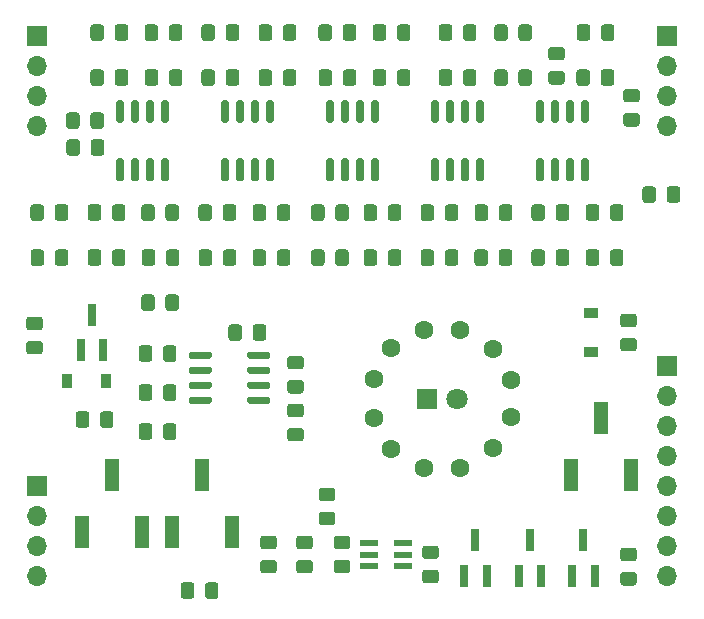
<source format=gbr>
G04 #@! TF.GenerationSoftware,KiCad,Pcbnew,5.1.6-c6e7f7d~87~ubuntu18.04.1*
G04 #@! TF.CreationDate,2020-08-01T07:59:39-04:00*
G04 #@! TF.ProjectId,optical_phasor_plug_in_board,6f707469-6361-46c5-9f70-6861736f725f,1.1*
G04 #@! TF.SameCoordinates,Original*
G04 #@! TF.FileFunction,Soldermask,Top*
G04 #@! TF.FilePolarity,Negative*
%FSLAX46Y46*%
G04 Gerber Fmt 4.6, Leading zero omitted, Abs format (unit mm)*
G04 Created by KiCad (PCBNEW 5.1.6-c6e7f7d~87~ubuntu18.04.1) date 2020-08-01 07:59:39*
%MOMM*%
%LPD*%
G01*
G04 APERTURE LIST*
%ADD10R,1.500000X0.550000*%
%ADD11R,0.800000X1.900000*%
%ADD12R,1.190000X2.790000*%
%ADD13C,1.600000*%
%ADD14R,1.700000X1.700000*%
%ADD15O,1.700000X1.700000*%
%ADD16C,1.800000*%
%ADD17R,1.800000X1.800000*%
%ADD18R,0.900000X1.200000*%
%ADD19R,1.200000X0.900000*%
G04 APERTURE END LIST*
D10*
X147464000Y-113472000D03*
X147464000Y-112522000D03*
X147464000Y-111572000D03*
X150364000Y-111572000D03*
X150364000Y-112522000D03*
X150364000Y-113472000D03*
D11*
X165608000Y-111300000D03*
X166558000Y-114300000D03*
X164658000Y-114300000D03*
X161102000Y-111300000D03*
X162052000Y-114300000D03*
X160152000Y-114300000D03*
X156464000Y-111300000D03*
X157414000Y-114300000D03*
X155514000Y-114300000D03*
X124018000Y-92210000D03*
X124968000Y-95210000D03*
X123068000Y-95210000D03*
D12*
X169672000Y-105793000D03*
X167132000Y-100963000D03*
X164592000Y-105793000D03*
D13*
X147843793Y-97662999D03*
X149343793Y-95064923D03*
G36*
G01*
X165585000Y-78970000D02*
X165885000Y-78970000D01*
G75*
G02*
X166035000Y-79120000I0J-150000D01*
G01*
X166035000Y-80770000D01*
G75*
G02*
X165885000Y-80920000I-150000J0D01*
G01*
X165585000Y-80920000D01*
G75*
G02*
X165435000Y-80770000I0J150000D01*
G01*
X165435000Y-79120000D01*
G75*
G02*
X165585000Y-78970000I150000J0D01*
G01*
G37*
G36*
G01*
X164315000Y-78970000D02*
X164615000Y-78970000D01*
G75*
G02*
X164765000Y-79120000I0J-150000D01*
G01*
X164765000Y-80770000D01*
G75*
G02*
X164615000Y-80920000I-150000J0D01*
G01*
X164315000Y-80920000D01*
G75*
G02*
X164165000Y-80770000I0J150000D01*
G01*
X164165000Y-79120000D01*
G75*
G02*
X164315000Y-78970000I150000J0D01*
G01*
G37*
G36*
G01*
X163045000Y-78970000D02*
X163345000Y-78970000D01*
G75*
G02*
X163495000Y-79120000I0J-150000D01*
G01*
X163495000Y-80770000D01*
G75*
G02*
X163345000Y-80920000I-150000J0D01*
G01*
X163045000Y-80920000D01*
G75*
G02*
X162895000Y-80770000I0J150000D01*
G01*
X162895000Y-79120000D01*
G75*
G02*
X163045000Y-78970000I150000J0D01*
G01*
G37*
G36*
G01*
X161775000Y-78970000D02*
X162075000Y-78970000D01*
G75*
G02*
X162225000Y-79120000I0J-150000D01*
G01*
X162225000Y-80770000D01*
G75*
G02*
X162075000Y-80920000I-150000J0D01*
G01*
X161775000Y-80920000D01*
G75*
G02*
X161625000Y-80770000I0J150000D01*
G01*
X161625000Y-79120000D01*
G75*
G02*
X161775000Y-78970000I150000J0D01*
G01*
G37*
G36*
G01*
X161775000Y-74020000D02*
X162075000Y-74020000D01*
G75*
G02*
X162225000Y-74170000I0J-150000D01*
G01*
X162225000Y-75820000D01*
G75*
G02*
X162075000Y-75970000I-150000J0D01*
G01*
X161775000Y-75970000D01*
G75*
G02*
X161625000Y-75820000I0J150000D01*
G01*
X161625000Y-74170000D01*
G75*
G02*
X161775000Y-74020000I150000J0D01*
G01*
G37*
G36*
G01*
X163045000Y-74020000D02*
X163345000Y-74020000D01*
G75*
G02*
X163495000Y-74170000I0J-150000D01*
G01*
X163495000Y-75820000D01*
G75*
G02*
X163345000Y-75970000I-150000J0D01*
G01*
X163045000Y-75970000D01*
G75*
G02*
X162895000Y-75820000I0J150000D01*
G01*
X162895000Y-74170000D01*
G75*
G02*
X163045000Y-74020000I150000J0D01*
G01*
G37*
G36*
G01*
X164315000Y-74020000D02*
X164615000Y-74020000D01*
G75*
G02*
X164765000Y-74170000I0J-150000D01*
G01*
X164765000Y-75820000D01*
G75*
G02*
X164615000Y-75970000I-150000J0D01*
G01*
X164315000Y-75970000D01*
G75*
G02*
X164165000Y-75820000I0J150000D01*
G01*
X164165000Y-74170000D01*
G75*
G02*
X164315000Y-74020000I150000J0D01*
G01*
G37*
G36*
G01*
X165585000Y-74020000D02*
X165885000Y-74020000D01*
G75*
G02*
X166035000Y-74170000I0J-150000D01*
G01*
X166035000Y-75820000D01*
G75*
G02*
X165885000Y-75970000I-150000J0D01*
G01*
X165585000Y-75970000D01*
G75*
G02*
X165435000Y-75820000I0J150000D01*
G01*
X165435000Y-74170000D01*
G75*
G02*
X165585000Y-74020000I150000J0D01*
G01*
G37*
D12*
X135890000Y-110619000D03*
X133350000Y-105789000D03*
X130810000Y-110619000D03*
X128270000Y-110619000D03*
X125730000Y-105789000D03*
X123190000Y-110619000D03*
D14*
X119380000Y-106680000D03*
D15*
X119380000Y-109220000D03*
X119380000Y-111760000D03*
X119380000Y-114300000D03*
G36*
G01*
X166165000Y-71685999D02*
X166165000Y-72586001D01*
G75*
G02*
X165915001Y-72836000I-249999J0D01*
G01*
X165264999Y-72836000D01*
G75*
G02*
X165015000Y-72586001I0J249999D01*
G01*
X165015000Y-71685999D01*
G75*
G02*
X165264999Y-71436000I249999J0D01*
G01*
X165915001Y-71436000D01*
G75*
G02*
X166165000Y-71685999I0J-249999D01*
G01*
G37*
G36*
G01*
X168215000Y-71685999D02*
X168215000Y-72586001D01*
G75*
G02*
X167965001Y-72836000I-249999J0D01*
G01*
X167314999Y-72836000D01*
G75*
G02*
X167065000Y-72586001I0J249999D01*
G01*
X167065000Y-71685999D01*
G75*
G02*
X167314999Y-71436000I249999J0D01*
G01*
X167965001Y-71436000D01*
G75*
G02*
X168215000Y-71685999I0J-249999D01*
G01*
G37*
G36*
G01*
X162871999Y-71579000D02*
X163772001Y-71579000D01*
G75*
G02*
X164022000Y-71828999I0J-249999D01*
G01*
X164022000Y-72479001D01*
G75*
G02*
X163772001Y-72729000I-249999J0D01*
G01*
X162871999Y-72729000D01*
G75*
G02*
X162622000Y-72479001I0J249999D01*
G01*
X162622000Y-71828999D01*
G75*
G02*
X162871999Y-71579000I249999J0D01*
G01*
G37*
G36*
G01*
X162871999Y-69529000D02*
X163772001Y-69529000D01*
G75*
G02*
X164022000Y-69778999I0J-249999D01*
G01*
X164022000Y-70429001D01*
G75*
G02*
X163772001Y-70679000I-249999J0D01*
G01*
X162871999Y-70679000D01*
G75*
G02*
X162622000Y-70429001I0J249999D01*
G01*
X162622000Y-69778999D01*
G75*
G02*
X162871999Y-69529000I249999J0D01*
G01*
G37*
G36*
G01*
X167845000Y-87826001D02*
X167845000Y-86925999D01*
G75*
G02*
X168094999Y-86676000I249999J0D01*
G01*
X168745001Y-86676000D01*
G75*
G02*
X168995000Y-86925999I0J-249999D01*
G01*
X168995000Y-87826001D01*
G75*
G02*
X168745001Y-88076000I-249999J0D01*
G01*
X168094999Y-88076000D01*
G75*
G02*
X167845000Y-87826001I0J249999D01*
G01*
G37*
G36*
G01*
X165795000Y-87826001D02*
X165795000Y-86925999D01*
G75*
G02*
X166044999Y-86676000I249999J0D01*
G01*
X166695001Y-86676000D01*
G75*
G02*
X166945000Y-86925999I0J-249999D01*
G01*
X166945000Y-87826001D01*
G75*
G02*
X166695001Y-88076000I-249999J0D01*
G01*
X166044999Y-88076000D01*
G75*
G02*
X165795000Y-87826001I0J249999D01*
G01*
G37*
G36*
G01*
X163255000Y-87826001D02*
X163255000Y-86925999D01*
G75*
G02*
X163504999Y-86676000I249999J0D01*
G01*
X164155001Y-86676000D01*
G75*
G02*
X164405000Y-86925999I0J-249999D01*
G01*
X164405000Y-87826001D01*
G75*
G02*
X164155001Y-88076000I-249999J0D01*
G01*
X163504999Y-88076000D01*
G75*
G02*
X163255000Y-87826001I0J249999D01*
G01*
G37*
G36*
G01*
X161205000Y-87826001D02*
X161205000Y-86925999D01*
G75*
G02*
X161454999Y-86676000I249999J0D01*
G01*
X162105001Y-86676000D01*
G75*
G02*
X162355000Y-86925999I0J-249999D01*
G01*
X162355000Y-87826001D01*
G75*
G02*
X162105001Y-88076000I-249999J0D01*
G01*
X161454999Y-88076000D01*
G75*
G02*
X161205000Y-87826001I0J249999D01*
G01*
G37*
G36*
G01*
X169868001Y-113088000D02*
X168967999Y-113088000D01*
G75*
G02*
X168718000Y-112838001I0J249999D01*
G01*
X168718000Y-112187999D01*
G75*
G02*
X168967999Y-111938000I249999J0D01*
G01*
X169868001Y-111938000D01*
G75*
G02*
X170118000Y-112187999I0J-249999D01*
G01*
X170118000Y-112838001D01*
G75*
G02*
X169868001Y-113088000I-249999J0D01*
G01*
G37*
G36*
G01*
X169868001Y-115138000D02*
X168967999Y-115138000D01*
G75*
G02*
X168718000Y-114888001I0J249999D01*
G01*
X168718000Y-114237999D01*
G75*
G02*
X168967999Y-113988000I249999J0D01*
G01*
X169868001Y-113988000D01*
G75*
G02*
X170118000Y-114237999I0J-249999D01*
G01*
X170118000Y-114888001D01*
G75*
G02*
X169868001Y-115138000I-249999J0D01*
G01*
G37*
G36*
G01*
X129099000Y-95053999D02*
X129099000Y-95954001D01*
G75*
G02*
X128849001Y-96204000I-249999J0D01*
G01*
X128198999Y-96204000D01*
G75*
G02*
X127949000Y-95954001I0J249999D01*
G01*
X127949000Y-95053999D01*
G75*
G02*
X128198999Y-94804000I249999J0D01*
G01*
X128849001Y-94804000D01*
G75*
G02*
X129099000Y-95053999I0J-249999D01*
G01*
G37*
G36*
G01*
X131149000Y-95053999D02*
X131149000Y-95954001D01*
G75*
G02*
X130899001Y-96204000I-249999J0D01*
G01*
X130248999Y-96204000D01*
G75*
G02*
X129999000Y-95954001I0J249999D01*
G01*
X129999000Y-95053999D01*
G75*
G02*
X130248999Y-94804000I249999J0D01*
G01*
X130899001Y-94804000D01*
G75*
G02*
X131149000Y-95053999I0J-249999D01*
G01*
G37*
G36*
G01*
X166945000Y-83115999D02*
X166945000Y-84016001D01*
G75*
G02*
X166695001Y-84266000I-249999J0D01*
G01*
X166044999Y-84266000D01*
G75*
G02*
X165795000Y-84016001I0J249999D01*
G01*
X165795000Y-83115999D01*
G75*
G02*
X166044999Y-82866000I249999J0D01*
G01*
X166695001Y-82866000D01*
G75*
G02*
X166945000Y-83115999I0J-249999D01*
G01*
G37*
G36*
G01*
X168995000Y-83115999D02*
X168995000Y-84016001D01*
G75*
G02*
X168745001Y-84266000I-249999J0D01*
G01*
X168094999Y-84266000D01*
G75*
G02*
X167845000Y-84016001I0J249999D01*
G01*
X167845000Y-83115999D01*
G75*
G02*
X168094999Y-82866000I249999J0D01*
G01*
X168745001Y-82866000D01*
G75*
G02*
X168995000Y-83115999I0J-249999D01*
G01*
G37*
G36*
G01*
X166183000Y-67875999D02*
X166183000Y-68776001D01*
G75*
G02*
X165933001Y-69026000I-249999J0D01*
G01*
X165282999Y-69026000D01*
G75*
G02*
X165033000Y-68776001I0J249999D01*
G01*
X165033000Y-67875999D01*
G75*
G02*
X165282999Y-67626000I249999J0D01*
G01*
X165933001Y-67626000D01*
G75*
G02*
X166183000Y-67875999I0J-249999D01*
G01*
G37*
G36*
G01*
X168233000Y-67875999D02*
X168233000Y-68776001D01*
G75*
G02*
X167983001Y-69026000I-249999J0D01*
G01*
X167332999Y-69026000D01*
G75*
G02*
X167083000Y-68776001I0J249999D01*
G01*
X167083000Y-67875999D01*
G75*
G02*
X167332999Y-67626000I249999J0D01*
G01*
X167983001Y-67626000D01*
G75*
G02*
X168233000Y-67875999I0J-249999D01*
G01*
G37*
G36*
G01*
X162355000Y-83115999D02*
X162355000Y-84016001D01*
G75*
G02*
X162105001Y-84266000I-249999J0D01*
G01*
X161454999Y-84266000D01*
G75*
G02*
X161205000Y-84016001I0J249999D01*
G01*
X161205000Y-83115999D01*
G75*
G02*
X161454999Y-82866000I249999J0D01*
G01*
X162105001Y-82866000D01*
G75*
G02*
X162355000Y-83115999I0J-249999D01*
G01*
G37*
G36*
G01*
X164405000Y-83115999D02*
X164405000Y-84016001D01*
G75*
G02*
X164155001Y-84266000I-249999J0D01*
G01*
X163504999Y-84266000D01*
G75*
G02*
X163255000Y-84016001I0J249999D01*
G01*
X163255000Y-83115999D01*
G75*
G02*
X163504999Y-82866000I249999J0D01*
G01*
X164155001Y-82866000D01*
G75*
G02*
X164405000Y-83115999I0J-249999D01*
G01*
G37*
G36*
G01*
X159579000Y-86925999D02*
X159579000Y-87826001D01*
G75*
G02*
X159329001Y-88076000I-249999J0D01*
G01*
X158678999Y-88076000D01*
G75*
G02*
X158429000Y-87826001I0J249999D01*
G01*
X158429000Y-86925999D01*
G75*
G02*
X158678999Y-86676000I249999J0D01*
G01*
X159329001Y-86676000D01*
G75*
G02*
X159579000Y-86925999I0J-249999D01*
G01*
G37*
G36*
G01*
X157529000Y-86925999D02*
X157529000Y-87826001D01*
G75*
G02*
X157279001Y-88076000I-249999J0D01*
G01*
X156628999Y-88076000D01*
G75*
G02*
X156379000Y-87826001I0J249999D01*
G01*
X156379000Y-86925999D01*
G75*
G02*
X156628999Y-86676000I249999J0D01*
G01*
X157279001Y-86676000D01*
G75*
G02*
X157529000Y-86925999I0J-249999D01*
G01*
G37*
G36*
G01*
X154499000Y-67875999D02*
X154499000Y-68776001D01*
G75*
G02*
X154249001Y-69026000I-249999J0D01*
G01*
X153598999Y-69026000D01*
G75*
G02*
X153349000Y-68776001I0J249999D01*
G01*
X153349000Y-67875999D01*
G75*
G02*
X153598999Y-67626000I249999J0D01*
G01*
X154249001Y-67626000D01*
G75*
G02*
X154499000Y-67875999I0J-249999D01*
G01*
G37*
G36*
G01*
X156549000Y-67875999D02*
X156549000Y-68776001D01*
G75*
G02*
X156299001Y-69026000I-249999J0D01*
G01*
X155648999Y-69026000D01*
G75*
G02*
X155399000Y-68776001I0J249999D01*
G01*
X155399000Y-67875999D01*
G75*
G02*
X155648999Y-67626000I249999J0D01*
G01*
X156299001Y-67626000D01*
G75*
G02*
X156549000Y-67875999I0J-249999D01*
G01*
G37*
G36*
G01*
X156388000Y-84016001D02*
X156388000Y-83115999D01*
G75*
G02*
X156637999Y-82866000I249999J0D01*
G01*
X157288001Y-82866000D01*
G75*
G02*
X157538000Y-83115999I0J-249999D01*
G01*
X157538000Y-84016001D01*
G75*
G02*
X157288001Y-84266000I-249999J0D01*
G01*
X156637999Y-84266000D01*
G75*
G02*
X156388000Y-84016001I0J249999D01*
G01*
G37*
G36*
G01*
X158438000Y-84016001D02*
X158438000Y-83115999D01*
G75*
G02*
X158687999Y-82866000I249999J0D01*
G01*
X159338001Y-82866000D01*
G75*
G02*
X159588000Y-83115999I0J-249999D01*
G01*
X159588000Y-84016001D01*
G75*
G02*
X159338001Y-84266000I-249999J0D01*
G01*
X158687999Y-84266000D01*
G75*
G02*
X158438000Y-84016001I0J249999D01*
G01*
G37*
G36*
G01*
X153349000Y-72586001D02*
X153349000Y-71685999D01*
G75*
G02*
X153598999Y-71436000I249999J0D01*
G01*
X154249001Y-71436000D01*
G75*
G02*
X154499000Y-71685999I0J-249999D01*
G01*
X154499000Y-72586001D01*
G75*
G02*
X154249001Y-72836000I-249999J0D01*
G01*
X153598999Y-72836000D01*
G75*
G02*
X153349000Y-72586001I0J249999D01*
G01*
G37*
G36*
G01*
X155399000Y-72586001D02*
X155399000Y-71685999D01*
G75*
G02*
X155648999Y-71436000I249999J0D01*
G01*
X156299001Y-71436000D01*
G75*
G02*
X156549000Y-71685999I0J-249999D01*
G01*
X156549000Y-72586001D01*
G75*
G02*
X156299001Y-72836000I-249999J0D01*
G01*
X155648999Y-72836000D01*
G75*
G02*
X155399000Y-72586001I0J249999D01*
G01*
G37*
G36*
G01*
X152966000Y-86925999D02*
X152966000Y-87826001D01*
G75*
G02*
X152716001Y-88076000I-249999J0D01*
G01*
X152065999Y-88076000D01*
G75*
G02*
X151816000Y-87826001I0J249999D01*
G01*
X151816000Y-86925999D01*
G75*
G02*
X152065999Y-86676000I249999J0D01*
G01*
X152716001Y-86676000D01*
G75*
G02*
X152966000Y-86925999I0J-249999D01*
G01*
G37*
G36*
G01*
X155016000Y-86925999D02*
X155016000Y-87826001D01*
G75*
G02*
X154766001Y-88076000I-249999J0D01*
G01*
X154115999Y-88076000D01*
G75*
G02*
X153866000Y-87826001I0J249999D01*
G01*
X153866000Y-86925999D01*
G75*
G02*
X154115999Y-86676000I249999J0D01*
G01*
X154766001Y-86676000D01*
G75*
G02*
X155016000Y-86925999I0J-249999D01*
G01*
G37*
G36*
G01*
X161248000Y-71685999D02*
X161248000Y-72586001D01*
G75*
G02*
X160998001Y-72836000I-249999J0D01*
G01*
X160347999Y-72836000D01*
G75*
G02*
X160098000Y-72586001I0J249999D01*
G01*
X160098000Y-71685999D01*
G75*
G02*
X160347999Y-71436000I249999J0D01*
G01*
X160998001Y-71436000D01*
G75*
G02*
X161248000Y-71685999I0J-249999D01*
G01*
G37*
G36*
G01*
X159198000Y-71685999D02*
X159198000Y-72586001D01*
G75*
G02*
X158948001Y-72836000I-249999J0D01*
G01*
X158297999Y-72836000D01*
G75*
G02*
X158048000Y-72586001I0J249999D01*
G01*
X158048000Y-71685999D01*
G75*
G02*
X158297999Y-71436000I249999J0D01*
G01*
X158948001Y-71436000D01*
G75*
G02*
X159198000Y-71685999I0J-249999D01*
G01*
G37*
G36*
G01*
X152966000Y-83115999D02*
X152966000Y-84016001D01*
G75*
G02*
X152716001Y-84266000I-249999J0D01*
G01*
X152065999Y-84266000D01*
G75*
G02*
X151816000Y-84016001I0J249999D01*
G01*
X151816000Y-83115999D01*
G75*
G02*
X152065999Y-82866000I249999J0D01*
G01*
X152716001Y-82866000D01*
G75*
G02*
X152966000Y-83115999I0J-249999D01*
G01*
G37*
G36*
G01*
X155016000Y-83115999D02*
X155016000Y-84016001D01*
G75*
G02*
X154766001Y-84266000I-249999J0D01*
G01*
X154115999Y-84266000D01*
G75*
G02*
X153866000Y-84016001I0J249999D01*
G01*
X153866000Y-83115999D01*
G75*
G02*
X154115999Y-82866000I249999J0D01*
G01*
X154766001Y-82866000D01*
G75*
G02*
X155016000Y-83115999I0J-249999D01*
G01*
G37*
G36*
G01*
X160098000Y-68776001D02*
X160098000Y-67875999D01*
G75*
G02*
X160347999Y-67626000I249999J0D01*
G01*
X160998001Y-67626000D01*
G75*
G02*
X161248000Y-67875999I0J-249999D01*
G01*
X161248000Y-68776001D01*
G75*
G02*
X160998001Y-69026000I-249999J0D01*
G01*
X160347999Y-69026000D01*
G75*
G02*
X160098000Y-68776001I0J249999D01*
G01*
G37*
G36*
G01*
X158048000Y-68776001D02*
X158048000Y-67875999D01*
G75*
G02*
X158297999Y-67626000I249999J0D01*
G01*
X158948001Y-67626000D01*
G75*
G02*
X159198000Y-67875999I0J-249999D01*
G01*
X159198000Y-68776001D01*
G75*
G02*
X158948001Y-69026000I-249999J0D01*
G01*
X158297999Y-69026000D01*
G75*
G02*
X158048000Y-68776001I0J249999D01*
G01*
G37*
G36*
G01*
X156695000Y-78970000D02*
X156995000Y-78970000D01*
G75*
G02*
X157145000Y-79120000I0J-150000D01*
G01*
X157145000Y-80770000D01*
G75*
G02*
X156995000Y-80920000I-150000J0D01*
G01*
X156695000Y-80920000D01*
G75*
G02*
X156545000Y-80770000I0J150000D01*
G01*
X156545000Y-79120000D01*
G75*
G02*
X156695000Y-78970000I150000J0D01*
G01*
G37*
G36*
G01*
X155425000Y-78970000D02*
X155725000Y-78970000D01*
G75*
G02*
X155875000Y-79120000I0J-150000D01*
G01*
X155875000Y-80770000D01*
G75*
G02*
X155725000Y-80920000I-150000J0D01*
G01*
X155425000Y-80920000D01*
G75*
G02*
X155275000Y-80770000I0J150000D01*
G01*
X155275000Y-79120000D01*
G75*
G02*
X155425000Y-78970000I150000J0D01*
G01*
G37*
G36*
G01*
X154155000Y-78970000D02*
X154455000Y-78970000D01*
G75*
G02*
X154605000Y-79120000I0J-150000D01*
G01*
X154605000Y-80770000D01*
G75*
G02*
X154455000Y-80920000I-150000J0D01*
G01*
X154155000Y-80920000D01*
G75*
G02*
X154005000Y-80770000I0J150000D01*
G01*
X154005000Y-79120000D01*
G75*
G02*
X154155000Y-78970000I150000J0D01*
G01*
G37*
G36*
G01*
X152885000Y-78970000D02*
X153185000Y-78970000D01*
G75*
G02*
X153335000Y-79120000I0J-150000D01*
G01*
X153335000Y-80770000D01*
G75*
G02*
X153185000Y-80920000I-150000J0D01*
G01*
X152885000Y-80920000D01*
G75*
G02*
X152735000Y-80770000I0J150000D01*
G01*
X152735000Y-79120000D01*
G75*
G02*
X152885000Y-78970000I150000J0D01*
G01*
G37*
G36*
G01*
X152885000Y-74020000D02*
X153185000Y-74020000D01*
G75*
G02*
X153335000Y-74170000I0J-150000D01*
G01*
X153335000Y-75820000D01*
G75*
G02*
X153185000Y-75970000I-150000J0D01*
G01*
X152885000Y-75970000D01*
G75*
G02*
X152735000Y-75820000I0J150000D01*
G01*
X152735000Y-74170000D01*
G75*
G02*
X152885000Y-74020000I150000J0D01*
G01*
G37*
G36*
G01*
X154155000Y-74020000D02*
X154455000Y-74020000D01*
G75*
G02*
X154605000Y-74170000I0J-150000D01*
G01*
X154605000Y-75820000D01*
G75*
G02*
X154455000Y-75970000I-150000J0D01*
G01*
X154155000Y-75970000D01*
G75*
G02*
X154005000Y-75820000I0J150000D01*
G01*
X154005000Y-74170000D01*
G75*
G02*
X154155000Y-74020000I150000J0D01*
G01*
G37*
G36*
G01*
X155425000Y-74020000D02*
X155725000Y-74020000D01*
G75*
G02*
X155875000Y-74170000I0J-150000D01*
G01*
X155875000Y-75820000D01*
G75*
G02*
X155725000Y-75970000I-150000J0D01*
G01*
X155425000Y-75970000D01*
G75*
G02*
X155275000Y-75820000I0J150000D01*
G01*
X155275000Y-74170000D01*
G75*
G02*
X155425000Y-74020000I150000J0D01*
G01*
G37*
G36*
G01*
X156695000Y-74020000D02*
X156995000Y-74020000D01*
G75*
G02*
X157145000Y-74170000I0J-150000D01*
G01*
X157145000Y-75820000D01*
G75*
G02*
X156995000Y-75970000I-150000J0D01*
G01*
X156695000Y-75970000D01*
G75*
G02*
X156545000Y-75820000I0J150000D01*
G01*
X156545000Y-74170000D01*
G75*
G02*
X156695000Y-74020000I150000J0D01*
G01*
G37*
G36*
G01*
X118796000Y-87826001D02*
X118796000Y-86925999D01*
G75*
G02*
X119045999Y-86676000I249999J0D01*
G01*
X119696001Y-86676000D01*
G75*
G02*
X119946000Y-86925999I0J-249999D01*
G01*
X119946000Y-87826001D01*
G75*
G02*
X119696001Y-88076000I-249999J0D01*
G01*
X119045999Y-88076000D01*
G75*
G02*
X118796000Y-87826001I0J249999D01*
G01*
G37*
G36*
G01*
X120846000Y-87826001D02*
X120846000Y-86925999D01*
G75*
G02*
X121095999Y-86676000I249999J0D01*
G01*
X121746001Y-86676000D01*
G75*
G02*
X121996000Y-86925999I0J-249999D01*
G01*
X121996000Y-87826001D01*
G75*
G02*
X121746001Y-88076000I-249999J0D01*
G01*
X121095999Y-88076000D01*
G75*
G02*
X120846000Y-87826001I0J249999D01*
G01*
G37*
D16*
X154940000Y-99314000D03*
D17*
X152400000Y-99314000D03*
D15*
X119380000Y-76200000D03*
X119380000Y-73660000D03*
X119380000Y-71120000D03*
D14*
X119380000Y-68580000D03*
D15*
X172720000Y-76200000D03*
X172720000Y-73660000D03*
X172720000Y-71120000D03*
D14*
X172720000Y-68580000D03*
X172720000Y-96520000D03*
D15*
X172720000Y-99060000D03*
X172720000Y-101600000D03*
X172720000Y-104140000D03*
X172720000Y-106680000D03*
X172720000Y-109220000D03*
X172720000Y-111760000D03*
X172720000Y-114300000D03*
D13*
X147843793Y-100965001D03*
X149343793Y-103563077D03*
X159472207Y-97721075D03*
X157972207Y-95122999D03*
X155146000Y-93472000D03*
X152146000Y-93472000D03*
X159472207Y-100906925D03*
X157972207Y-103505001D03*
X155146000Y-105156000D03*
X152146000Y-105156000D03*
G36*
G01*
X130025000Y-74020000D02*
X130325000Y-74020000D01*
G75*
G02*
X130475000Y-74170000I0J-150000D01*
G01*
X130475000Y-75820000D01*
G75*
G02*
X130325000Y-75970000I-150000J0D01*
G01*
X130025000Y-75970000D01*
G75*
G02*
X129875000Y-75820000I0J150000D01*
G01*
X129875000Y-74170000D01*
G75*
G02*
X130025000Y-74020000I150000J0D01*
G01*
G37*
G36*
G01*
X128755000Y-74020000D02*
X129055000Y-74020000D01*
G75*
G02*
X129205000Y-74170000I0J-150000D01*
G01*
X129205000Y-75820000D01*
G75*
G02*
X129055000Y-75970000I-150000J0D01*
G01*
X128755000Y-75970000D01*
G75*
G02*
X128605000Y-75820000I0J150000D01*
G01*
X128605000Y-74170000D01*
G75*
G02*
X128755000Y-74020000I150000J0D01*
G01*
G37*
G36*
G01*
X127485000Y-74020000D02*
X127785000Y-74020000D01*
G75*
G02*
X127935000Y-74170000I0J-150000D01*
G01*
X127935000Y-75820000D01*
G75*
G02*
X127785000Y-75970000I-150000J0D01*
G01*
X127485000Y-75970000D01*
G75*
G02*
X127335000Y-75820000I0J150000D01*
G01*
X127335000Y-74170000D01*
G75*
G02*
X127485000Y-74020000I150000J0D01*
G01*
G37*
G36*
G01*
X126215000Y-74020000D02*
X126515000Y-74020000D01*
G75*
G02*
X126665000Y-74170000I0J-150000D01*
G01*
X126665000Y-75820000D01*
G75*
G02*
X126515000Y-75970000I-150000J0D01*
G01*
X126215000Y-75970000D01*
G75*
G02*
X126065000Y-75820000I0J150000D01*
G01*
X126065000Y-74170000D01*
G75*
G02*
X126215000Y-74020000I150000J0D01*
G01*
G37*
G36*
G01*
X126215000Y-78970000D02*
X126515000Y-78970000D01*
G75*
G02*
X126665000Y-79120000I0J-150000D01*
G01*
X126665000Y-80770000D01*
G75*
G02*
X126515000Y-80920000I-150000J0D01*
G01*
X126215000Y-80920000D01*
G75*
G02*
X126065000Y-80770000I0J150000D01*
G01*
X126065000Y-79120000D01*
G75*
G02*
X126215000Y-78970000I150000J0D01*
G01*
G37*
G36*
G01*
X127485000Y-78970000D02*
X127785000Y-78970000D01*
G75*
G02*
X127935000Y-79120000I0J-150000D01*
G01*
X127935000Y-80770000D01*
G75*
G02*
X127785000Y-80920000I-150000J0D01*
G01*
X127485000Y-80920000D01*
G75*
G02*
X127335000Y-80770000I0J150000D01*
G01*
X127335000Y-79120000D01*
G75*
G02*
X127485000Y-78970000I150000J0D01*
G01*
G37*
G36*
G01*
X128755000Y-78970000D02*
X129055000Y-78970000D01*
G75*
G02*
X129205000Y-79120000I0J-150000D01*
G01*
X129205000Y-80770000D01*
G75*
G02*
X129055000Y-80920000I-150000J0D01*
G01*
X128755000Y-80920000D01*
G75*
G02*
X128605000Y-80770000I0J150000D01*
G01*
X128605000Y-79120000D01*
G75*
G02*
X128755000Y-78970000I150000J0D01*
G01*
G37*
G36*
G01*
X130025000Y-78970000D02*
X130325000Y-78970000D01*
G75*
G02*
X130475000Y-79120000I0J-150000D01*
G01*
X130475000Y-80770000D01*
G75*
G02*
X130325000Y-80920000I-150000J0D01*
G01*
X130025000Y-80920000D01*
G75*
G02*
X129875000Y-80770000I0J150000D01*
G01*
X129875000Y-79120000D01*
G75*
G02*
X130025000Y-78970000I150000J0D01*
G01*
G37*
G36*
G01*
X138915000Y-74020000D02*
X139215000Y-74020000D01*
G75*
G02*
X139365000Y-74170000I0J-150000D01*
G01*
X139365000Y-75820000D01*
G75*
G02*
X139215000Y-75970000I-150000J0D01*
G01*
X138915000Y-75970000D01*
G75*
G02*
X138765000Y-75820000I0J150000D01*
G01*
X138765000Y-74170000D01*
G75*
G02*
X138915000Y-74020000I150000J0D01*
G01*
G37*
G36*
G01*
X137645000Y-74020000D02*
X137945000Y-74020000D01*
G75*
G02*
X138095000Y-74170000I0J-150000D01*
G01*
X138095000Y-75820000D01*
G75*
G02*
X137945000Y-75970000I-150000J0D01*
G01*
X137645000Y-75970000D01*
G75*
G02*
X137495000Y-75820000I0J150000D01*
G01*
X137495000Y-74170000D01*
G75*
G02*
X137645000Y-74020000I150000J0D01*
G01*
G37*
G36*
G01*
X136375000Y-74020000D02*
X136675000Y-74020000D01*
G75*
G02*
X136825000Y-74170000I0J-150000D01*
G01*
X136825000Y-75820000D01*
G75*
G02*
X136675000Y-75970000I-150000J0D01*
G01*
X136375000Y-75970000D01*
G75*
G02*
X136225000Y-75820000I0J150000D01*
G01*
X136225000Y-74170000D01*
G75*
G02*
X136375000Y-74020000I150000J0D01*
G01*
G37*
G36*
G01*
X135105000Y-74020000D02*
X135405000Y-74020000D01*
G75*
G02*
X135555000Y-74170000I0J-150000D01*
G01*
X135555000Y-75820000D01*
G75*
G02*
X135405000Y-75970000I-150000J0D01*
G01*
X135105000Y-75970000D01*
G75*
G02*
X134955000Y-75820000I0J150000D01*
G01*
X134955000Y-74170000D01*
G75*
G02*
X135105000Y-74020000I150000J0D01*
G01*
G37*
G36*
G01*
X135105000Y-78970000D02*
X135405000Y-78970000D01*
G75*
G02*
X135555000Y-79120000I0J-150000D01*
G01*
X135555000Y-80770000D01*
G75*
G02*
X135405000Y-80920000I-150000J0D01*
G01*
X135105000Y-80920000D01*
G75*
G02*
X134955000Y-80770000I0J150000D01*
G01*
X134955000Y-79120000D01*
G75*
G02*
X135105000Y-78970000I150000J0D01*
G01*
G37*
G36*
G01*
X136375000Y-78970000D02*
X136675000Y-78970000D01*
G75*
G02*
X136825000Y-79120000I0J-150000D01*
G01*
X136825000Y-80770000D01*
G75*
G02*
X136675000Y-80920000I-150000J0D01*
G01*
X136375000Y-80920000D01*
G75*
G02*
X136225000Y-80770000I0J150000D01*
G01*
X136225000Y-79120000D01*
G75*
G02*
X136375000Y-78970000I150000J0D01*
G01*
G37*
G36*
G01*
X137645000Y-78970000D02*
X137945000Y-78970000D01*
G75*
G02*
X138095000Y-79120000I0J-150000D01*
G01*
X138095000Y-80770000D01*
G75*
G02*
X137945000Y-80920000I-150000J0D01*
G01*
X137645000Y-80920000D01*
G75*
G02*
X137495000Y-80770000I0J150000D01*
G01*
X137495000Y-79120000D01*
G75*
G02*
X137645000Y-78970000I150000J0D01*
G01*
G37*
G36*
G01*
X138915000Y-78970000D02*
X139215000Y-78970000D01*
G75*
G02*
X139365000Y-79120000I0J-150000D01*
G01*
X139365000Y-80770000D01*
G75*
G02*
X139215000Y-80920000I-150000J0D01*
G01*
X138915000Y-80920000D01*
G75*
G02*
X138765000Y-80770000I0J150000D01*
G01*
X138765000Y-79120000D01*
G75*
G02*
X138915000Y-78970000I150000J0D01*
G01*
G37*
G36*
G01*
X147805000Y-74020000D02*
X148105000Y-74020000D01*
G75*
G02*
X148255000Y-74170000I0J-150000D01*
G01*
X148255000Y-75820000D01*
G75*
G02*
X148105000Y-75970000I-150000J0D01*
G01*
X147805000Y-75970000D01*
G75*
G02*
X147655000Y-75820000I0J150000D01*
G01*
X147655000Y-74170000D01*
G75*
G02*
X147805000Y-74020000I150000J0D01*
G01*
G37*
G36*
G01*
X146535000Y-74020000D02*
X146835000Y-74020000D01*
G75*
G02*
X146985000Y-74170000I0J-150000D01*
G01*
X146985000Y-75820000D01*
G75*
G02*
X146835000Y-75970000I-150000J0D01*
G01*
X146535000Y-75970000D01*
G75*
G02*
X146385000Y-75820000I0J150000D01*
G01*
X146385000Y-74170000D01*
G75*
G02*
X146535000Y-74020000I150000J0D01*
G01*
G37*
G36*
G01*
X145265000Y-74020000D02*
X145565000Y-74020000D01*
G75*
G02*
X145715000Y-74170000I0J-150000D01*
G01*
X145715000Y-75820000D01*
G75*
G02*
X145565000Y-75970000I-150000J0D01*
G01*
X145265000Y-75970000D01*
G75*
G02*
X145115000Y-75820000I0J150000D01*
G01*
X145115000Y-74170000D01*
G75*
G02*
X145265000Y-74020000I150000J0D01*
G01*
G37*
G36*
G01*
X143995000Y-74020000D02*
X144295000Y-74020000D01*
G75*
G02*
X144445000Y-74170000I0J-150000D01*
G01*
X144445000Y-75820000D01*
G75*
G02*
X144295000Y-75970000I-150000J0D01*
G01*
X143995000Y-75970000D01*
G75*
G02*
X143845000Y-75820000I0J150000D01*
G01*
X143845000Y-74170000D01*
G75*
G02*
X143995000Y-74020000I150000J0D01*
G01*
G37*
G36*
G01*
X143995000Y-78970000D02*
X144295000Y-78970000D01*
G75*
G02*
X144445000Y-79120000I0J-150000D01*
G01*
X144445000Y-80770000D01*
G75*
G02*
X144295000Y-80920000I-150000J0D01*
G01*
X143995000Y-80920000D01*
G75*
G02*
X143845000Y-80770000I0J150000D01*
G01*
X143845000Y-79120000D01*
G75*
G02*
X143995000Y-78970000I150000J0D01*
G01*
G37*
G36*
G01*
X145265000Y-78970000D02*
X145565000Y-78970000D01*
G75*
G02*
X145715000Y-79120000I0J-150000D01*
G01*
X145715000Y-80770000D01*
G75*
G02*
X145565000Y-80920000I-150000J0D01*
G01*
X145265000Y-80920000D01*
G75*
G02*
X145115000Y-80770000I0J150000D01*
G01*
X145115000Y-79120000D01*
G75*
G02*
X145265000Y-78970000I150000J0D01*
G01*
G37*
G36*
G01*
X146535000Y-78970000D02*
X146835000Y-78970000D01*
G75*
G02*
X146985000Y-79120000I0J-150000D01*
G01*
X146985000Y-80770000D01*
G75*
G02*
X146835000Y-80920000I-150000J0D01*
G01*
X146535000Y-80920000D01*
G75*
G02*
X146385000Y-80770000I0J150000D01*
G01*
X146385000Y-79120000D01*
G75*
G02*
X146535000Y-78970000I150000J0D01*
G01*
G37*
G36*
G01*
X147805000Y-78970000D02*
X148105000Y-78970000D01*
G75*
G02*
X148255000Y-79120000I0J-150000D01*
G01*
X148255000Y-80770000D01*
G75*
G02*
X148105000Y-80920000I-150000J0D01*
G01*
X147805000Y-80920000D01*
G75*
G02*
X147655000Y-80770000I0J150000D01*
G01*
X147655000Y-79120000D01*
G75*
G02*
X147805000Y-78970000I150000J0D01*
G01*
G37*
G36*
G01*
X137136000Y-95781000D02*
X137136000Y-95481000D01*
G75*
G02*
X137286000Y-95331000I150000J0D01*
G01*
X138936000Y-95331000D01*
G75*
G02*
X139086000Y-95481000I0J-150000D01*
G01*
X139086000Y-95781000D01*
G75*
G02*
X138936000Y-95931000I-150000J0D01*
G01*
X137286000Y-95931000D01*
G75*
G02*
X137136000Y-95781000I0J150000D01*
G01*
G37*
G36*
G01*
X137136000Y-97051000D02*
X137136000Y-96751000D01*
G75*
G02*
X137286000Y-96601000I150000J0D01*
G01*
X138936000Y-96601000D01*
G75*
G02*
X139086000Y-96751000I0J-150000D01*
G01*
X139086000Y-97051000D01*
G75*
G02*
X138936000Y-97201000I-150000J0D01*
G01*
X137286000Y-97201000D01*
G75*
G02*
X137136000Y-97051000I0J150000D01*
G01*
G37*
G36*
G01*
X137136000Y-98321000D02*
X137136000Y-98021000D01*
G75*
G02*
X137286000Y-97871000I150000J0D01*
G01*
X138936000Y-97871000D01*
G75*
G02*
X139086000Y-98021000I0J-150000D01*
G01*
X139086000Y-98321000D01*
G75*
G02*
X138936000Y-98471000I-150000J0D01*
G01*
X137286000Y-98471000D01*
G75*
G02*
X137136000Y-98321000I0J150000D01*
G01*
G37*
G36*
G01*
X137136000Y-99591000D02*
X137136000Y-99291000D01*
G75*
G02*
X137286000Y-99141000I150000J0D01*
G01*
X138936000Y-99141000D01*
G75*
G02*
X139086000Y-99291000I0J-150000D01*
G01*
X139086000Y-99591000D01*
G75*
G02*
X138936000Y-99741000I-150000J0D01*
G01*
X137286000Y-99741000D01*
G75*
G02*
X137136000Y-99591000I0J150000D01*
G01*
G37*
G36*
G01*
X132186000Y-99591000D02*
X132186000Y-99291000D01*
G75*
G02*
X132336000Y-99141000I150000J0D01*
G01*
X133986000Y-99141000D01*
G75*
G02*
X134136000Y-99291000I0J-150000D01*
G01*
X134136000Y-99591000D01*
G75*
G02*
X133986000Y-99741000I-150000J0D01*
G01*
X132336000Y-99741000D01*
G75*
G02*
X132186000Y-99591000I0J150000D01*
G01*
G37*
G36*
G01*
X132186000Y-98321000D02*
X132186000Y-98021000D01*
G75*
G02*
X132336000Y-97871000I150000J0D01*
G01*
X133986000Y-97871000D01*
G75*
G02*
X134136000Y-98021000I0J-150000D01*
G01*
X134136000Y-98321000D01*
G75*
G02*
X133986000Y-98471000I-150000J0D01*
G01*
X132336000Y-98471000D01*
G75*
G02*
X132186000Y-98321000I0J150000D01*
G01*
G37*
G36*
G01*
X132186000Y-97051000D02*
X132186000Y-96751000D01*
G75*
G02*
X132336000Y-96601000I150000J0D01*
G01*
X133986000Y-96601000D01*
G75*
G02*
X134136000Y-96751000I0J-150000D01*
G01*
X134136000Y-97051000D01*
G75*
G02*
X133986000Y-97201000I-150000J0D01*
G01*
X132336000Y-97201000D01*
G75*
G02*
X132186000Y-97051000I0J150000D01*
G01*
G37*
G36*
G01*
X132186000Y-95781000D02*
X132186000Y-95481000D01*
G75*
G02*
X132336000Y-95331000I150000J0D01*
G01*
X133986000Y-95331000D01*
G75*
G02*
X134136000Y-95481000I0J-150000D01*
G01*
X134136000Y-95781000D01*
G75*
G02*
X133986000Y-95931000I-150000J0D01*
G01*
X132336000Y-95931000D01*
G75*
G02*
X132186000Y-95781000I0J150000D01*
G01*
G37*
G36*
G01*
X125017000Y-67875999D02*
X125017000Y-68776001D01*
G75*
G02*
X124767001Y-69026000I-249999J0D01*
G01*
X124116999Y-69026000D01*
G75*
G02*
X123867000Y-68776001I0J249999D01*
G01*
X123867000Y-67875999D01*
G75*
G02*
X124116999Y-67626000I249999J0D01*
G01*
X124767001Y-67626000D01*
G75*
G02*
X125017000Y-67875999I0J-249999D01*
G01*
G37*
G36*
G01*
X127067000Y-67875999D02*
X127067000Y-68776001D01*
G75*
G02*
X126817001Y-69026000I-249999J0D01*
G01*
X126166999Y-69026000D01*
G75*
G02*
X125917000Y-68776001I0J249999D01*
G01*
X125917000Y-67875999D01*
G75*
G02*
X126166999Y-67626000I249999J0D01*
G01*
X126817001Y-67626000D01*
G75*
G02*
X127067000Y-67875999I0J-249999D01*
G01*
G37*
G36*
G01*
X131648000Y-67875999D02*
X131648000Y-68776001D01*
G75*
G02*
X131398001Y-69026000I-249999J0D01*
G01*
X130747999Y-69026000D01*
G75*
G02*
X130498000Y-68776001I0J249999D01*
G01*
X130498000Y-67875999D01*
G75*
G02*
X130747999Y-67626000I249999J0D01*
G01*
X131398001Y-67626000D01*
G75*
G02*
X131648000Y-67875999I0J-249999D01*
G01*
G37*
G36*
G01*
X129598000Y-67875999D02*
X129598000Y-68776001D01*
G75*
G02*
X129348001Y-69026000I-249999J0D01*
G01*
X128697999Y-69026000D01*
G75*
G02*
X128448000Y-68776001I0J249999D01*
G01*
X128448000Y-67875999D01*
G75*
G02*
X128697999Y-67626000I249999J0D01*
G01*
X129348001Y-67626000D01*
G75*
G02*
X129598000Y-67875999I0J-249999D01*
G01*
G37*
G36*
G01*
X121987000Y-83115999D02*
X121987000Y-84016001D01*
G75*
G02*
X121737001Y-84266000I-249999J0D01*
G01*
X121086999Y-84266000D01*
G75*
G02*
X120837000Y-84016001I0J249999D01*
G01*
X120837000Y-83115999D01*
G75*
G02*
X121086999Y-82866000I249999J0D01*
G01*
X121737001Y-82866000D01*
G75*
G02*
X121987000Y-83115999I0J-249999D01*
G01*
G37*
G36*
G01*
X119937000Y-83115999D02*
X119937000Y-84016001D01*
G75*
G02*
X119687001Y-84266000I-249999J0D01*
G01*
X119036999Y-84266000D01*
G75*
G02*
X118787000Y-84016001I0J249999D01*
G01*
X118787000Y-83115999D01*
G75*
G02*
X119036999Y-82866000I249999J0D01*
G01*
X119687001Y-82866000D01*
G75*
G02*
X119937000Y-83115999I0J-249999D01*
G01*
G37*
G36*
G01*
X130253000Y-87826001D02*
X130253000Y-86925999D01*
G75*
G02*
X130502999Y-86676000I249999J0D01*
G01*
X131153001Y-86676000D01*
G75*
G02*
X131403000Y-86925999I0J-249999D01*
G01*
X131403000Y-87826001D01*
G75*
G02*
X131153001Y-88076000I-249999J0D01*
G01*
X130502999Y-88076000D01*
G75*
G02*
X130253000Y-87826001I0J249999D01*
G01*
G37*
G36*
G01*
X128203000Y-87826001D02*
X128203000Y-86925999D01*
G75*
G02*
X128452999Y-86676000I249999J0D01*
G01*
X129103001Y-86676000D01*
G75*
G02*
X129353000Y-86925999I0J-249999D01*
G01*
X129353000Y-87826001D01*
G75*
G02*
X129103001Y-88076000I-249999J0D01*
G01*
X128452999Y-88076000D01*
G75*
G02*
X128203000Y-87826001I0J249999D01*
G01*
G37*
G36*
G01*
X136211000Y-83115999D02*
X136211000Y-84016001D01*
G75*
G02*
X135961001Y-84266000I-249999J0D01*
G01*
X135310999Y-84266000D01*
G75*
G02*
X135061000Y-84016001I0J249999D01*
G01*
X135061000Y-83115999D01*
G75*
G02*
X135310999Y-82866000I249999J0D01*
G01*
X135961001Y-82866000D01*
G75*
G02*
X136211000Y-83115999I0J-249999D01*
G01*
G37*
G36*
G01*
X134161000Y-83115999D02*
X134161000Y-84016001D01*
G75*
G02*
X133911001Y-84266000I-249999J0D01*
G01*
X133260999Y-84266000D01*
G75*
G02*
X133011000Y-84016001I0J249999D01*
G01*
X133011000Y-83115999D01*
G75*
G02*
X133260999Y-82866000I249999J0D01*
G01*
X133911001Y-82866000D01*
G75*
G02*
X134161000Y-83115999I0J-249999D01*
G01*
G37*
G36*
G01*
X133265000Y-68776001D02*
X133265000Y-67875999D01*
G75*
G02*
X133514999Y-67626000I249999J0D01*
G01*
X134165001Y-67626000D01*
G75*
G02*
X134415000Y-67875999I0J-249999D01*
G01*
X134415000Y-68776001D01*
G75*
G02*
X134165001Y-69026000I-249999J0D01*
G01*
X133514999Y-69026000D01*
G75*
G02*
X133265000Y-68776001I0J249999D01*
G01*
G37*
G36*
G01*
X135315000Y-68776001D02*
X135315000Y-67875999D01*
G75*
G02*
X135564999Y-67626000I249999J0D01*
G01*
X136215001Y-67626000D01*
G75*
G02*
X136465000Y-67875999I0J-249999D01*
G01*
X136465000Y-68776001D01*
G75*
G02*
X136215001Y-69026000I-249999J0D01*
G01*
X135564999Y-69026000D01*
G75*
G02*
X135315000Y-68776001I0J249999D01*
G01*
G37*
G36*
G01*
X146371000Y-67875999D02*
X146371000Y-68776001D01*
G75*
G02*
X146121001Y-69026000I-249999J0D01*
G01*
X145470999Y-69026000D01*
G75*
G02*
X145221000Y-68776001I0J249999D01*
G01*
X145221000Y-67875999D01*
G75*
G02*
X145470999Y-67626000I249999J0D01*
G01*
X146121001Y-67626000D01*
G75*
G02*
X146371000Y-67875999I0J-249999D01*
G01*
G37*
G36*
G01*
X144321000Y-67875999D02*
X144321000Y-68776001D01*
G75*
G02*
X144071001Y-69026000I-249999J0D01*
G01*
X143420999Y-69026000D01*
G75*
G02*
X143171000Y-68776001I0J249999D01*
G01*
X143171000Y-67875999D01*
G75*
G02*
X143420999Y-67626000I249999J0D01*
G01*
X144071001Y-67626000D01*
G75*
G02*
X144321000Y-67875999I0J-249999D01*
G01*
G37*
G36*
G01*
X125681000Y-87826001D02*
X125681000Y-86925999D01*
G75*
G02*
X125930999Y-86676000I249999J0D01*
G01*
X126581001Y-86676000D01*
G75*
G02*
X126831000Y-86925999I0J-249999D01*
G01*
X126831000Y-87826001D01*
G75*
G02*
X126581001Y-88076000I-249999J0D01*
G01*
X125930999Y-88076000D01*
G75*
G02*
X125681000Y-87826001I0J249999D01*
G01*
G37*
G36*
G01*
X123631000Y-87826001D02*
X123631000Y-86925999D01*
G75*
G02*
X123880999Y-86676000I249999J0D01*
G01*
X124531001Y-86676000D01*
G75*
G02*
X124781000Y-86925999I0J-249999D01*
G01*
X124781000Y-87826001D01*
G75*
G02*
X124531001Y-88076000I-249999J0D01*
G01*
X123880999Y-88076000D01*
G75*
G02*
X123631000Y-87826001I0J249999D01*
G01*
G37*
G36*
G01*
X145736000Y-86925999D02*
X145736000Y-87826001D01*
G75*
G02*
X145486001Y-88076000I-249999J0D01*
G01*
X144835999Y-88076000D01*
G75*
G02*
X144586000Y-87826001I0J249999D01*
G01*
X144586000Y-86925999D01*
G75*
G02*
X144835999Y-86676000I249999J0D01*
G01*
X145486001Y-86676000D01*
G75*
G02*
X145736000Y-86925999I0J-249999D01*
G01*
G37*
G36*
G01*
X143686000Y-86925999D02*
X143686000Y-87826001D01*
G75*
G02*
X143436001Y-88076000I-249999J0D01*
G01*
X142785999Y-88076000D01*
G75*
G02*
X142536000Y-87826001I0J249999D01*
G01*
X142536000Y-86925999D01*
G75*
G02*
X142785999Y-86676000I249999J0D01*
G01*
X143436001Y-86676000D01*
G75*
G02*
X143686000Y-86925999I0J-249999D01*
G01*
G37*
G36*
G01*
X123867000Y-72586001D02*
X123867000Y-71685999D01*
G75*
G02*
X124116999Y-71436000I249999J0D01*
G01*
X124767001Y-71436000D01*
G75*
G02*
X125017000Y-71685999I0J-249999D01*
G01*
X125017000Y-72586001D01*
G75*
G02*
X124767001Y-72836000I-249999J0D01*
G01*
X124116999Y-72836000D01*
G75*
G02*
X123867000Y-72586001I0J249999D01*
G01*
G37*
G36*
G01*
X125917000Y-72586001D02*
X125917000Y-71685999D01*
G75*
G02*
X126166999Y-71436000I249999J0D01*
G01*
X126817001Y-71436000D01*
G75*
G02*
X127067000Y-71685999I0J-249999D01*
G01*
X127067000Y-72586001D01*
G75*
G02*
X126817001Y-72836000I-249999J0D01*
G01*
X126166999Y-72836000D01*
G75*
G02*
X125917000Y-72586001I0J249999D01*
G01*
G37*
G36*
G01*
X129607000Y-71685999D02*
X129607000Y-72586001D01*
G75*
G02*
X129357001Y-72836000I-249999J0D01*
G01*
X128706999Y-72836000D01*
G75*
G02*
X128457000Y-72586001I0J249999D01*
G01*
X128457000Y-71685999D01*
G75*
G02*
X128706999Y-71436000I249999J0D01*
G01*
X129357001Y-71436000D01*
G75*
G02*
X129607000Y-71685999I0J-249999D01*
G01*
G37*
G36*
G01*
X131657000Y-71685999D02*
X131657000Y-72586001D01*
G75*
G02*
X131407001Y-72836000I-249999J0D01*
G01*
X130756999Y-72836000D01*
G75*
G02*
X130507000Y-72586001I0J249999D01*
G01*
X130507000Y-71685999D01*
G75*
G02*
X130756999Y-71436000I249999J0D01*
G01*
X131407001Y-71436000D01*
G75*
G02*
X131657000Y-71685999I0J-249999D01*
G01*
G37*
G36*
G01*
X128163000Y-91636001D02*
X128163000Y-90735999D01*
G75*
G02*
X128412999Y-90486000I249999J0D01*
G01*
X129063001Y-90486000D01*
G75*
G02*
X129313000Y-90735999I0J-249999D01*
G01*
X129313000Y-91636001D01*
G75*
G02*
X129063001Y-91886000I-249999J0D01*
G01*
X128412999Y-91886000D01*
G75*
G02*
X128163000Y-91636001I0J249999D01*
G01*
G37*
G36*
G01*
X130213000Y-91636001D02*
X130213000Y-90735999D01*
G75*
G02*
X130462999Y-90486000I249999J0D01*
G01*
X131113001Y-90486000D01*
G75*
G02*
X131363000Y-90735999I0J-249999D01*
G01*
X131363000Y-91636001D01*
G75*
G02*
X131113001Y-91886000I-249999J0D01*
G01*
X130462999Y-91886000D01*
G75*
G02*
X130213000Y-91636001I0J249999D01*
G01*
G37*
G36*
G01*
X126831000Y-83115999D02*
X126831000Y-84016001D01*
G75*
G02*
X126581001Y-84266000I-249999J0D01*
G01*
X125930999Y-84266000D01*
G75*
G02*
X125681000Y-84016001I0J249999D01*
G01*
X125681000Y-83115999D01*
G75*
G02*
X125930999Y-82866000I249999J0D01*
G01*
X126581001Y-82866000D01*
G75*
G02*
X126831000Y-83115999I0J-249999D01*
G01*
G37*
G36*
G01*
X124781000Y-83115999D02*
X124781000Y-84016001D01*
G75*
G02*
X124531001Y-84266000I-249999J0D01*
G01*
X123880999Y-84266000D01*
G75*
G02*
X123631000Y-84016001I0J249999D01*
G01*
X123631000Y-83115999D01*
G75*
G02*
X123880999Y-82866000I249999J0D01*
G01*
X124531001Y-82866000D01*
G75*
G02*
X124781000Y-83115999I0J-249999D01*
G01*
G37*
G36*
G01*
X129313000Y-83115999D02*
X129313000Y-84016001D01*
G75*
G02*
X129063001Y-84266000I-249999J0D01*
G01*
X128412999Y-84266000D01*
G75*
G02*
X128163000Y-84016001I0J249999D01*
G01*
X128163000Y-83115999D01*
G75*
G02*
X128412999Y-82866000I249999J0D01*
G01*
X129063001Y-82866000D01*
G75*
G02*
X129313000Y-83115999I0J-249999D01*
G01*
G37*
G36*
G01*
X131363000Y-83115999D02*
X131363000Y-84016001D01*
G75*
G02*
X131113001Y-84266000I-249999J0D01*
G01*
X130462999Y-84266000D01*
G75*
G02*
X130213000Y-84016001I0J249999D01*
G01*
X130213000Y-83115999D01*
G75*
G02*
X130462999Y-82866000I249999J0D01*
G01*
X131113001Y-82866000D01*
G75*
G02*
X131363000Y-83115999I0J-249999D01*
G01*
G37*
G36*
G01*
X136220000Y-86925999D02*
X136220000Y-87826001D01*
G75*
G02*
X135970001Y-88076000I-249999J0D01*
G01*
X135319999Y-88076000D01*
G75*
G02*
X135070000Y-87826001I0J249999D01*
G01*
X135070000Y-86925999D01*
G75*
G02*
X135319999Y-86676000I249999J0D01*
G01*
X135970001Y-86676000D01*
G75*
G02*
X136220000Y-86925999I0J-249999D01*
G01*
G37*
G36*
G01*
X134170000Y-86925999D02*
X134170000Y-87826001D01*
G75*
G02*
X133920001Y-88076000I-249999J0D01*
G01*
X133269999Y-88076000D01*
G75*
G02*
X133020000Y-87826001I0J249999D01*
G01*
X133020000Y-86925999D01*
G75*
G02*
X133269999Y-86676000I249999J0D01*
G01*
X133920001Y-86676000D01*
G75*
G02*
X134170000Y-86925999I0J-249999D01*
G01*
G37*
G36*
G01*
X137592000Y-84016001D02*
X137592000Y-83115999D01*
G75*
G02*
X137841999Y-82866000I249999J0D01*
G01*
X138492001Y-82866000D01*
G75*
G02*
X138742000Y-83115999I0J-249999D01*
G01*
X138742000Y-84016001D01*
G75*
G02*
X138492001Y-84266000I-249999J0D01*
G01*
X137841999Y-84266000D01*
G75*
G02*
X137592000Y-84016001I0J249999D01*
G01*
G37*
G36*
G01*
X139642000Y-84016001D02*
X139642000Y-83115999D01*
G75*
G02*
X139891999Y-82866000I249999J0D01*
G01*
X140542001Y-82866000D01*
G75*
G02*
X140792000Y-83115999I0J-249999D01*
G01*
X140792000Y-84016001D01*
G75*
G02*
X140542001Y-84266000I-249999J0D01*
G01*
X139891999Y-84266000D01*
G75*
G02*
X139642000Y-84016001I0J249999D01*
G01*
G37*
G36*
G01*
X138742000Y-86925999D02*
X138742000Y-87826001D01*
G75*
G02*
X138492001Y-88076000I-249999J0D01*
G01*
X137841999Y-88076000D01*
G75*
G02*
X137592000Y-87826001I0J249999D01*
G01*
X137592000Y-86925999D01*
G75*
G02*
X137841999Y-86676000I249999J0D01*
G01*
X138492001Y-86676000D01*
G75*
G02*
X138742000Y-86925999I0J-249999D01*
G01*
G37*
G36*
G01*
X140792000Y-86925999D02*
X140792000Y-87826001D01*
G75*
G02*
X140542001Y-88076000I-249999J0D01*
G01*
X139891999Y-88076000D01*
G75*
G02*
X139642000Y-87826001I0J249999D01*
G01*
X139642000Y-86925999D01*
G75*
G02*
X139891999Y-86676000I249999J0D01*
G01*
X140542001Y-86676000D01*
G75*
G02*
X140792000Y-86925999I0J-249999D01*
G01*
G37*
G36*
G01*
X129099000Y-98355999D02*
X129099000Y-99256001D01*
G75*
G02*
X128849001Y-99506000I-249999J0D01*
G01*
X128198999Y-99506000D01*
G75*
G02*
X127949000Y-99256001I0J249999D01*
G01*
X127949000Y-98355999D01*
G75*
G02*
X128198999Y-98106000I249999J0D01*
G01*
X128849001Y-98106000D01*
G75*
G02*
X129099000Y-98355999I0J-249999D01*
G01*
G37*
G36*
G01*
X131149000Y-98355999D02*
X131149000Y-99256001D01*
G75*
G02*
X130899001Y-99506000I-249999J0D01*
G01*
X130248999Y-99506000D01*
G75*
G02*
X129999000Y-99256001I0J249999D01*
G01*
X129999000Y-98355999D01*
G75*
G02*
X130248999Y-98106000I249999J0D01*
G01*
X130899001Y-98106000D01*
G75*
G02*
X131149000Y-98355999I0J-249999D01*
G01*
G37*
G36*
G01*
X131149000Y-101657999D02*
X131149000Y-102558001D01*
G75*
G02*
X130899001Y-102808000I-249999J0D01*
G01*
X130248999Y-102808000D01*
G75*
G02*
X129999000Y-102558001I0J249999D01*
G01*
X129999000Y-101657999D01*
G75*
G02*
X130248999Y-101408000I249999J0D01*
G01*
X130899001Y-101408000D01*
G75*
G02*
X131149000Y-101657999I0J-249999D01*
G01*
G37*
G36*
G01*
X129099000Y-101657999D02*
X129099000Y-102558001D01*
G75*
G02*
X128849001Y-102808000I-249999J0D01*
G01*
X128198999Y-102808000D01*
G75*
G02*
X127949000Y-102558001I0J249999D01*
G01*
X127949000Y-101657999D01*
G75*
G02*
X128198999Y-101408000I249999J0D01*
G01*
X128849001Y-101408000D01*
G75*
G02*
X129099000Y-101657999I0J-249999D01*
G01*
G37*
G36*
G01*
X124665000Y-101542001D02*
X124665000Y-100641999D01*
G75*
G02*
X124914999Y-100392000I249999J0D01*
G01*
X125565001Y-100392000D01*
G75*
G02*
X125815000Y-100641999I0J-249999D01*
G01*
X125815000Y-101542001D01*
G75*
G02*
X125565001Y-101792000I-249999J0D01*
G01*
X124914999Y-101792000D01*
G75*
G02*
X124665000Y-101542001I0J249999D01*
G01*
G37*
G36*
G01*
X122615000Y-101542001D02*
X122615000Y-100641999D01*
G75*
G02*
X122864999Y-100392000I249999J0D01*
G01*
X123515001Y-100392000D01*
G75*
G02*
X123765000Y-100641999I0J-249999D01*
G01*
X123765000Y-101542001D01*
G75*
G02*
X123515001Y-101792000I-249999J0D01*
G01*
X122864999Y-101792000D01*
G75*
G02*
X122615000Y-101542001I0J249999D01*
G01*
G37*
G36*
G01*
X119576001Y-95571000D02*
X118675999Y-95571000D01*
G75*
G02*
X118426000Y-95321001I0J249999D01*
G01*
X118426000Y-94670999D01*
G75*
G02*
X118675999Y-94421000I249999J0D01*
G01*
X119576001Y-94421000D01*
G75*
G02*
X119826000Y-94670999I0J-249999D01*
G01*
X119826000Y-95321001D01*
G75*
G02*
X119576001Y-95571000I-249999J0D01*
G01*
G37*
G36*
G01*
X119576001Y-93521000D02*
X118675999Y-93521000D01*
G75*
G02*
X118426000Y-93271001I0J249999D01*
G01*
X118426000Y-92620999D01*
G75*
G02*
X118675999Y-92371000I249999J0D01*
G01*
X119576001Y-92371000D01*
G75*
G02*
X119826000Y-92620999I0J-249999D01*
G01*
X119826000Y-93271001D01*
G75*
G02*
X119576001Y-93521000I-249999J0D01*
G01*
G37*
G36*
G01*
X140150000Y-68776001D02*
X140150000Y-67875999D01*
G75*
G02*
X140399999Y-67626000I249999J0D01*
G01*
X141050001Y-67626000D01*
G75*
G02*
X141300000Y-67875999I0J-249999D01*
G01*
X141300000Y-68776001D01*
G75*
G02*
X141050001Y-69026000I-249999J0D01*
G01*
X140399999Y-69026000D01*
G75*
G02*
X140150000Y-68776001I0J249999D01*
G01*
G37*
G36*
G01*
X138100000Y-68776001D02*
X138100000Y-67875999D01*
G75*
G02*
X138349999Y-67626000I249999J0D01*
G01*
X139000001Y-67626000D01*
G75*
G02*
X139250000Y-67875999I0J-249999D01*
G01*
X139250000Y-68776001D01*
G75*
G02*
X139000001Y-69026000I-249999J0D01*
G01*
X138349999Y-69026000D01*
G75*
G02*
X138100000Y-68776001I0J249999D01*
G01*
G37*
G36*
G01*
X135315000Y-72586001D02*
X135315000Y-71685999D01*
G75*
G02*
X135564999Y-71436000I249999J0D01*
G01*
X136215001Y-71436000D01*
G75*
G02*
X136465000Y-71685999I0J-249999D01*
G01*
X136465000Y-72586001D01*
G75*
G02*
X136215001Y-72836000I-249999J0D01*
G01*
X135564999Y-72836000D01*
G75*
G02*
X135315000Y-72586001I0J249999D01*
G01*
G37*
G36*
G01*
X133265000Y-72586001D02*
X133265000Y-71685999D01*
G75*
G02*
X133514999Y-71436000I249999J0D01*
G01*
X134165001Y-71436000D01*
G75*
G02*
X134415000Y-71685999I0J-249999D01*
G01*
X134415000Y-72586001D01*
G75*
G02*
X134165001Y-72836000I-249999J0D01*
G01*
X133514999Y-72836000D01*
G75*
G02*
X133265000Y-72586001I0J249999D01*
G01*
G37*
G36*
G01*
X141300000Y-71685999D02*
X141300000Y-72586001D01*
G75*
G02*
X141050001Y-72836000I-249999J0D01*
G01*
X140399999Y-72836000D01*
G75*
G02*
X140150000Y-72586001I0J249999D01*
G01*
X140150000Y-71685999D01*
G75*
G02*
X140399999Y-71436000I249999J0D01*
G01*
X141050001Y-71436000D01*
G75*
G02*
X141300000Y-71685999I0J-249999D01*
G01*
G37*
G36*
G01*
X139250000Y-71685999D02*
X139250000Y-72586001D01*
G75*
G02*
X139000001Y-72836000I-249999J0D01*
G01*
X138349999Y-72836000D01*
G75*
G02*
X138100000Y-72586001I0J249999D01*
G01*
X138100000Y-71685999D01*
G75*
G02*
X138349999Y-71436000I249999J0D01*
G01*
X139000001Y-71436000D01*
G75*
G02*
X139250000Y-71685999I0J-249999D01*
G01*
G37*
G36*
G01*
X149811000Y-68776001D02*
X149811000Y-67875999D01*
G75*
G02*
X150060999Y-67626000I249999J0D01*
G01*
X150711001Y-67626000D01*
G75*
G02*
X150961000Y-67875999I0J-249999D01*
G01*
X150961000Y-68776001D01*
G75*
G02*
X150711001Y-69026000I-249999J0D01*
G01*
X150060999Y-69026000D01*
G75*
G02*
X149811000Y-68776001I0J249999D01*
G01*
G37*
G36*
G01*
X147761000Y-68776001D02*
X147761000Y-67875999D01*
G75*
G02*
X148010999Y-67626000I249999J0D01*
G01*
X148661001Y-67626000D01*
G75*
G02*
X148911000Y-67875999I0J-249999D01*
G01*
X148911000Y-68776001D01*
G75*
G02*
X148661001Y-69026000I-249999J0D01*
G01*
X148010999Y-69026000D01*
G75*
G02*
X147761000Y-68776001I0J249999D01*
G01*
G37*
G36*
G01*
X145230000Y-72586001D02*
X145230000Y-71685999D01*
G75*
G02*
X145479999Y-71436000I249999J0D01*
G01*
X146130001Y-71436000D01*
G75*
G02*
X146380000Y-71685999I0J-249999D01*
G01*
X146380000Y-72586001D01*
G75*
G02*
X146130001Y-72836000I-249999J0D01*
G01*
X145479999Y-72836000D01*
G75*
G02*
X145230000Y-72586001I0J249999D01*
G01*
G37*
G36*
G01*
X143180000Y-72586001D02*
X143180000Y-71685999D01*
G75*
G02*
X143429999Y-71436000I249999J0D01*
G01*
X144080001Y-71436000D01*
G75*
G02*
X144330000Y-71685999I0J-249999D01*
G01*
X144330000Y-72586001D01*
G75*
G02*
X144080001Y-72836000I-249999J0D01*
G01*
X143429999Y-72836000D01*
G75*
G02*
X143180000Y-72586001I0J249999D01*
G01*
G37*
G36*
G01*
X148911000Y-71685999D02*
X148911000Y-72586001D01*
G75*
G02*
X148661001Y-72836000I-249999J0D01*
G01*
X148010999Y-72836000D01*
G75*
G02*
X147761000Y-72586001I0J249999D01*
G01*
X147761000Y-71685999D01*
G75*
G02*
X148010999Y-71436000I249999J0D01*
G01*
X148661001Y-71436000D01*
G75*
G02*
X148911000Y-71685999I0J-249999D01*
G01*
G37*
G36*
G01*
X150961000Y-71685999D02*
X150961000Y-72586001D01*
G75*
G02*
X150711001Y-72836000I-249999J0D01*
G01*
X150060999Y-72836000D01*
G75*
G02*
X149811000Y-72586001I0J249999D01*
G01*
X149811000Y-71685999D01*
G75*
G02*
X150060999Y-71436000I249999J0D01*
G01*
X150711001Y-71436000D01*
G75*
G02*
X150961000Y-71685999I0J-249999D01*
G01*
G37*
G36*
G01*
X149040000Y-87826001D02*
X149040000Y-86925999D01*
G75*
G02*
X149289999Y-86676000I249999J0D01*
G01*
X149940001Y-86676000D01*
G75*
G02*
X150190000Y-86925999I0J-249999D01*
G01*
X150190000Y-87826001D01*
G75*
G02*
X149940001Y-88076000I-249999J0D01*
G01*
X149289999Y-88076000D01*
G75*
G02*
X149040000Y-87826001I0J249999D01*
G01*
G37*
G36*
G01*
X146990000Y-87826001D02*
X146990000Y-86925999D01*
G75*
G02*
X147239999Y-86676000I249999J0D01*
G01*
X147890001Y-86676000D01*
G75*
G02*
X148140000Y-86925999I0J-249999D01*
G01*
X148140000Y-87826001D01*
G75*
G02*
X147890001Y-88076000I-249999J0D01*
G01*
X147239999Y-88076000D01*
G75*
G02*
X146990000Y-87826001I0J249999D01*
G01*
G37*
G36*
G01*
X140773999Y-97741000D02*
X141674001Y-97741000D01*
G75*
G02*
X141924000Y-97990999I0J-249999D01*
G01*
X141924000Y-98641001D01*
G75*
G02*
X141674001Y-98891000I-249999J0D01*
G01*
X140773999Y-98891000D01*
G75*
G02*
X140524000Y-98641001I0J249999D01*
G01*
X140524000Y-97990999D01*
G75*
G02*
X140773999Y-97741000I249999J0D01*
G01*
G37*
G36*
G01*
X140773999Y-95691000D02*
X141674001Y-95691000D01*
G75*
G02*
X141924000Y-95940999I0J-249999D01*
G01*
X141924000Y-96591001D01*
G75*
G02*
X141674001Y-96841000I-249999J0D01*
G01*
X140773999Y-96841000D01*
G75*
G02*
X140524000Y-96591001I0J249999D01*
G01*
X140524000Y-95940999D01*
G75*
G02*
X140773999Y-95691000I249999J0D01*
G01*
G37*
G36*
G01*
X141674001Y-102937000D02*
X140773999Y-102937000D01*
G75*
G02*
X140524000Y-102687001I0J249999D01*
G01*
X140524000Y-102036999D01*
G75*
G02*
X140773999Y-101787000I249999J0D01*
G01*
X141674001Y-101787000D01*
G75*
G02*
X141924000Y-102036999I0J-249999D01*
G01*
X141924000Y-102687001D01*
G75*
G02*
X141674001Y-102937000I-249999J0D01*
G01*
G37*
G36*
G01*
X141674001Y-100887000D02*
X140773999Y-100887000D01*
G75*
G02*
X140524000Y-100637001I0J249999D01*
G01*
X140524000Y-99986999D01*
G75*
G02*
X140773999Y-99737000I249999J0D01*
G01*
X141674001Y-99737000D01*
G75*
G02*
X141924000Y-99986999I0J-249999D01*
G01*
X141924000Y-100637001D01*
G75*
G02*
X141674001Y-100887000I-249999J0D01*
G01*
G37*
G36*
G01*
X144586000Y-84016001D02*
X144586000Y-83115999D01*
G75*
G02*
X144835999Y-82866000I249999J0D01*
G01*
X145486001Y-82866000D01*
G75*
G02*
X145736000Y-83115999I0J-249999D01*
G01*
X145736000Y-84016001D01*
G75*
G02*
X145486001Y-84266000I-249999J0D01*
G01*
X144835999Y-84266000D01*
G75*
G02*
X144586000Y-84016001I0J249999D01*
G01*
G37*
G36*
G01*
X142536000Y-84016001D02*
X142536000Y-83115999D01*
G75*
G02*
X142785999Y-82866000I249999J0D01*
G01*
X143436001Y-82866000D01*
G75*
G02*
X143686000Y-83115999I0J-249999D01*
G01*
X143686000Y-84016001D01*
G75*
G02*
X143436001Y-84266000I-249999J0D01*
G01*
X142785999Y-84266000D01*
G75*
G02*
X142536000Y-84016001I0J249999D01*
G01*
G37*
G36*
G01*
X153104001Y-114947500D02*
X152203999Y-114947500D01*
G75*
G02*
X151954000Y-114697501I0J249999D01*
G01*
X151954000Y-114047499D01*
G75*
G02*
X152203999Y-113797500I249999J0D01*
G01*
X153104001Y-113797500D01*
G75*
G02*
X153354000Y-114047499I0J-249999D01*
G01*
X153354000Y-114697501D01*
G75*
G02*
X153104001Y-114947500I-249999J0D01*
G01*
G37*
G36*
G01*
X153104001Y-112897500D02*
X152203999Y-112897500D01*
G75*
G02*
X151954000Y-112647501I0J249999D01*
G01*
X151954000Y-111997499D01*
G75*
G02*
X152203999Y-111747500I249999J0D01*
G01*
X153104001Y-111747500D01*
G75*
G02*
X153354000Y-111997499I0J-249999D01*
G01*
X153354000Y-112647501D01*
G75*
G02*
X153104001Y-112897500I-249999J0D01*
G01*
G37*
G36*
G01*
X150190000Y-83115999D02*
X150190000Y-84016001D01*
G75*
G02*
X149940001Y-84266000I-249999J0D01*
G01*
X149289999Y-84266000D01*
G75*
G02*
X149040000Y-84016001I0J249999D01*
G01*
X149040000Y-83115999D01*
G75*
G02*
X149289999Y-82866000I249999J0D01*
G01*
X149940001Y-82866000D01*
G75*
G02*
X150190000Y-83115999I0J-249999D01*
G01*
G37*
G36*
G01*
X148140000Y-83115999D02*
X148140000Y-84016001D01*
G75*
G02*
X147890001Y-84266000I-249999J0D01*
G01*
X147239999Y-84266000D01*
G75*
G02*
X146990000Y-84016001I0J249999D01*
G01*
X146990000Y-83115999D01*
G75*
G02*
X147239999Y-82866000I249999J0D01*
G01*
X147890001Y-82866000D01*
G75*
G02*
X148140000Y-83115999I0J-249999D01*
G01*
G37*
G36*
G01*
X138487999Y-112963000D02*
X139388001Y-112963000D01*
G75*
G02*
X139638000Y-113212999I0J-249999D01*
G01*
X139638000Y-113863001D01*
G75*
G02*
X139388001Y-114113000I-249999J0D01*
G01*
X138487999Y-114113000D01*
G75*
G02*
X138238000Y-113863001I0J249999D01*
G01*
X138238000Y-113212999D01*
G75*
G02*
X138487999Y-112963000I249999J0D01*
G01*
G37*
G36*
G01*
X138487999Y-110913000D02*
X139388001Y-110913000D01*
G75*
G02*
X139638000Y-111162999I0J-249999D01*
G01*
X139638000Y-111813001D01*
G75*
G02*
X139388001Y-112063000I-249999J0D01*
G01*
X138487999Y-112063000D01*
G75*
G02*
X138238000Y-111813001I0J249999D01*
G01*
X138238000Y-111162999D01*
G75*
G02*
X138487999Y-110913000I249999J0D01*
G01*
G37*
G36*
G01*
X141535999Y-112963000D02*
X142436001Y-112963000D01*
G75*
G02*
X142686000Y-113212999I0J-249999D01*
G01*
X142686000Y-113863001D01*
G75*
G02*
X142436001Y-114113000I-249999J0D01*
G01*
X141535999Y-114113000D01*
G75*
G02*
X141286000Y-113863001I0J249999D01*
G01*
X141286000Y-113212999D01*
G75*
G02*
X141535999Y-112963000I249999J0D01*
G01*
G37*
G36*
G01*
X141535999Y-110913000D02*
X142436001Y-110913000D01*
G75*
G02*
X142686000Y-111162999I0J-249999D01*
G01*
X142686000Y-111813001D01*
G75*
G02*
X142436001Y-112063000I-249999J0D01*
G01*
X141535999Y-112063000D01*
G75*
G02*
X141286000Y-111813001I0J249999D01*
G01*
X141286000Y-111162999D01*
G75*
G02*
X141535999Y-110913000I249999J0D01*
G01*
G37*
G36*
G01*
X145611001Y-114113000D02*
X144710999Y-114113000D01*
G75*
G02*
X144461000Y-113863001I0J249999D01*
G01*
X144461000Y-113212999D01*
G75*
G02*
X144710999Y-112963000I249999J0D01*
G01*
X145611001Y-112963000D01*
G75*
G02*
X145861000Y-113212999I0J-249999D01*
G01*
X145861000Y-113863001D01*
G75*
G02*
X145611001Y-114113000I-249999J0D01*
G01*
G37*
G36*
G01*
X145611001Y-112063000D02*
X144710999Y-112063000D01*
G75*
G02*
X144461000Y-111813001I0J249999D01*
G01*
X144461000Y-111162999D01*
G75*
G02*
X144710999Y-110913000I249999J0D01*
G01*
X145611001Y-110913000D01*
G75*
G02*
X145861000Y-111162999I0J-249999D01*
G01*
X145861000Y-111813001D01*
G75*
G02*
X145611001Y-112063000I-249999J0D01*
G01*
G37*
G36*
G01*
X144341001Y-110049000D02*
X143440999Y-110049000D01*
G75*
G02*
X143191000Y-109799001I0J249999D01*
G01*
X143191000Y-109148999D01*
G75*
G02*
X143440999Y-108899000I249999J0D01*
G01*
X144341001Y-108899000D01*
G75*
G02*
X144591000Y-109148999I0J-249999D01*
G01*
X144591000Y-109799001D01*
G75*
G02*
X144341001Y-110049000I-249999J0D01*
G01*
G37*
G36*
G01*
X144341001Y-107999000D02*
X143440999Y-107999000D01*
G75*
G02*
X143191000Y-107749001I0J249999D01*
G01*
X143191000Y-107098999D01*
G75*
G02*
X143440999Y-106849000I249999J0D01*
G01*
X144341001Y-106849000D01*
G75*
G02*
X144591000Y-107098999I0J-249999D01*
G01*
X144591000Y-107749001D01*
G75*
G02*
X144341001Y-107999000I-249999J0D01*
G01*
G37*
G36*
G01*
X169868001Y-93267000D02*
X168967999Y-93267000D01*
G75*
G02*
X168718000Y-93017001I0J249999D01*
G01*
X168718000Y-92366999D01*
G75*
G02*
X168967999Y-92117000I249999J0D01*
G01*
X169868001Y-92117000D01*
G75*
G02*
X170118000Y-92366999I0J-249999D01*
G01*
X170118000Y-93017001D01*
G75*
G02*
X169868001Y-93267000I-249999J0D01*
G01*
G37*
G36*
G01*
X169868001Y-95317000D02*
X168967999Y-95317000D01*
G75*
G02*
X168718000Y-95067001I0J249999D01*
G01*
X168718000Y-94416999D01*
G75*
G02*
X168967999Y-94167000I249999J0D01*
G01*
X169868001Y-94167000D01*
G75*
G02*
X170118000Y-94416999I0J-249999D01*
G01*
X170118000Y-95067001D01*
G75*
G02*
X169868001Y-95317000I-249999J0D01*
G01*
G37*
D18*
X121920000Y-97790000D03*
X125220000Y-97790000D03*
D19*
X166243000Y-95377000D03*
X166243000Y-92077000D03*
G36*
G01*
X122985000Y-77604199D02*
X122985000Y-78504201D01*
G75*
G02*
X122735001Y-78754200I-249999J0D01*
G01*
X122084999Y-78754200D01*
G75*
G02*
X121835000Y-78504201I0J249999D01*
G01*
X121835000Y-77604199D01*
G75*
G02*
X122084999Y-77354200I249999J0D01*
G01*
X122735001Y-77354200D01*
G75*
G02*
X122985000Y-77604199I0J-249999D01*
G01*
G37*
G36*
G01*
X125035000Y-77604199D02*
X125035000Y-78504201D01*
G75*
G02*
X124785001Y-78754200I-249999J0D01*
G01*
X124134999Y-78754200D01*
G75*
G02*
X123885000Y-78504201I0J249999D01*
G01*
X123885000Y-77604199D01*
G75*
G02*
X124134999Y-77354200I249999J0D01*
G01*
X124785001Y-77354200D01*
G75*
G02*
X125035000Y-77604199I0J-249999D01*
G01*
G37*
G36*
G01*
X122952200Y-75318199D02*
X122952200Y-76218201D01*
G75*
G02*
X122702201Y-76468200I-249999J0D01*
G01*
X122052199Y-76468200D01*
G75*
G02*
X121802200Y-76218201I0J249999D01*
G01*
X121802200Y-75318199D01*
G75*
G02*
X122052199Y-75068200I249999J0D01*
G01*
X122702201Y-75068200D01*
G75*
G02*
X122952200Y-75318199I0J-249999D01*
G01*
G37*
G36*
G01*
X125002200Y-75318199D02*
X125002200Y-76218201D01*
G75*
G02*
X124752201Y-76468200I-249999J0D01*
G01*
X124102199Y-76468200D01*
G75*
G02*
X123852200Y-76218201I0J249999D01*
G01*
X123852200Y-75318199D01*
G75*
G02*
X124102199Y-75068200I249999J0D01*
G01*
X124752201Y-75068200D01*
G75*
G02*
X125002200Y-75318199I0J-249999D01*
G01*
G37*
G36*
G01*
X170603000Y-82492001D02*
X170603000Y-81591999D01*
G75*
G02*
X170852999Y-81342000I249999J0D01*
G01*
X171503001Y-81342000D01*
G75*
G02*
X171753000Y-81591999I0J-249999D01*
G01*
X171753000Y-82492001D01*
G75*
G02*
X171503001Y-82742000I-249999J0D01*
G01*
X170852999Y-82742000D01*
G75*
G02*
X170603000Y-82492001I0J249999D01*
G01*
G37*
G36*
G01*
X172653000Y-82492001D02*
X172653000Y-81591999D01*
G75*
G02*
X172902999Y-81342000I249999J0D01*
G01*
X173553001Y-81342000D01*
G75*
G02*
X173803000Y-81591999I0J-249999D01*
G01*
X173803000Y-82492001D01*
G75*
G02*
X173553001Y-82742000I-249999J0D01*
G01*
X172902999Y-82742000D01*
G75*
G02*
X172653000Y-82492001I0J249999D01*
G01*
G37*
G36*
G01*
X170122001Y-76285000D02*
X169221999Y-76285000D01*
G75*
G02*
X168972000Y-76035001I0J249999D01*
G01*
X168972000Y-75384999D01*
G75*
G02*
X169221999Y-75135000I249999J0D01*
G01*
X170122001Y-75135000D01*
G75*
G02*
X170372000Y-75384999I0J-249999D01*
G01*
X170372000Y-76035001D01*
G75*
G02*
X170122001Y-76285000I-249999J0D01*
G01*
G37*
G36*
G01*
X170122001Y-74235000D02*
X169221999Y-74235000D01*
G75*
G02*
X168972000Y-73985001I0J249999D01*
G01*
X168972000Y-73334999D01*
G75*
G02*
X169221999Y-73085000I249999J0D01*
G01*
X170122001Y-73085000D01*
G75*
G02*
X170372000Y-73334999I0J-249999D01*
G01*
X170372000Y-73985001D01*
G75*
G02*
X170122001Y-74235000I-249999J0D01*
G01*
G37*
G36*
G01*
X136701000Y-93275999D02*
X136701000Y-94176001D01*
G75*
G02*
X136451001Y-94426000I-249999J0D01*
G01*
X135800999Y-94426000D01*
G75*
G02*
X135551000Y-94176001I0J249999D01*
G01*
X135551000Y-93275999D01*
G75*
G02*
X135800999Y-93026000I249999J0D01*
G01*
X136451001Y-93026000D01*
G75*
G02*
X136701000Y-93275999I0J-249999D01*
G01*
G37*
G36*
G01*
X138751000Y-93275999D02*
X138751000Y-94176001D01*
G75*
G02*
X138501001Y-94426000I-249999J0D01*
G01*
X137850999Y-94426000D01*
G75*
G02*
X137601000Y-94176001I0J249999D01*
G01*
X137601000Y-93275999D01*
G75*
G02*
X137850999Y-93026000I249999J0D01*
G01*
X138501001Y-93026000D01*
G75*
G02*
X138751000Y-93275999I0J-249999D01*
G01*
G37*
G36*
G01*
X133555000Y-116020001D02*
X133555000Y-115119999D01*
G75*
G02*
X133804999Y-114870000I249999J0D01*
G01*
X134455001Y-114870000D01*
G75*
G02*
X134705000Y-115119999I0J-249999D01*
G01*
X134705000Y-116020001D01*
G75*
G02*
X134455001Y-116270000I-249999J0D01*
G01*
X133804999Y-116270000D01*
G75*
G02*
X133555000Y-116020001I0J249999D01*
G01*
G37*
G36*
G01*
X131505000Y-116020001D02*
X131505000Y-115119999D01*
G75*
G02*
X131754999Y-114870000I249999J0D01*
G01*
X132405001Y-114870000D01*
G75*
G02*
X132655000Y-115119999I0J-249999D01*
G01*
X132655000Y-116020001D01*
G75*
G02*
X132405001Y-116270000I-249999J0D01*
G01*
X131754999Y-116270000D01*
G75*
G02*
X131505000Y-116020001I0J249999D01*
G01*
G37*
M02*

</source>
